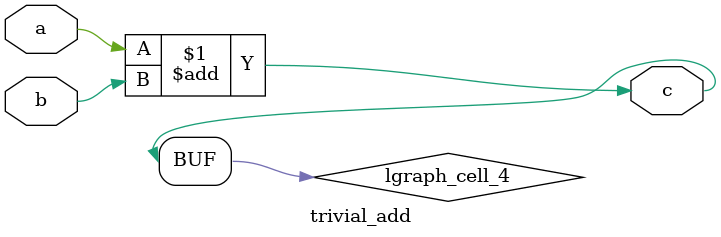
<source format=v>
/* Generated by Yosys 0.7+627 (git sha1 e275692e, gcc 8.1.1 -march=x86-64 -mtune=generic -O2 -fstack-protector-strong -fno-plt -fPIC -Os) */

module trivial_add(a, b, c);
  input a;
  input b;
  output c;
  wire lgraph_cell_4;
  assign lgraph_cell_4 = a + b;
  assign c = lgraph_cell_4;
endmodule

</source>
